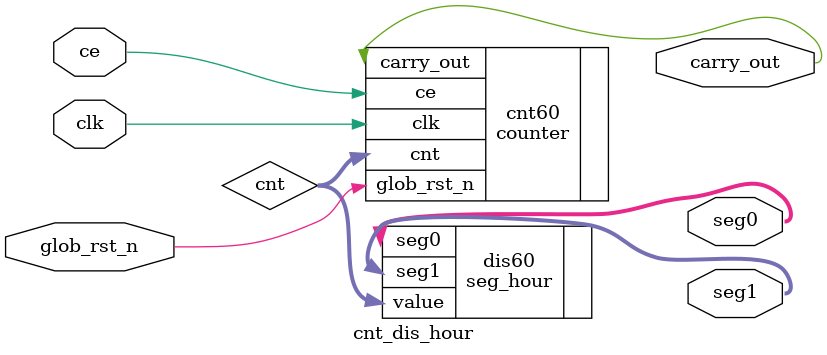
<source format=v>
module cnt_dis_hour (
    input clk, glob_rst_n, ce,
    output carry_out,
    output [6:0] seg1, seg0
);
    wire [4:0] cnt;

    counter #(.NUMBER_OF_BIT(5), .RST_INIT(0), .RST_VALUE(5'd24)) cnt60 (
        .clk(clk),
        .ce(ce),
        .glob_rst_n(glob_rst_n),
        .cnt(cnt),
        .carry_out(carry_out)
    );

    seg_hour dis60(
        .value(cnt),
        .seg0(seg0),
        .seg1(seg1)
    );

endmodule
</source>
